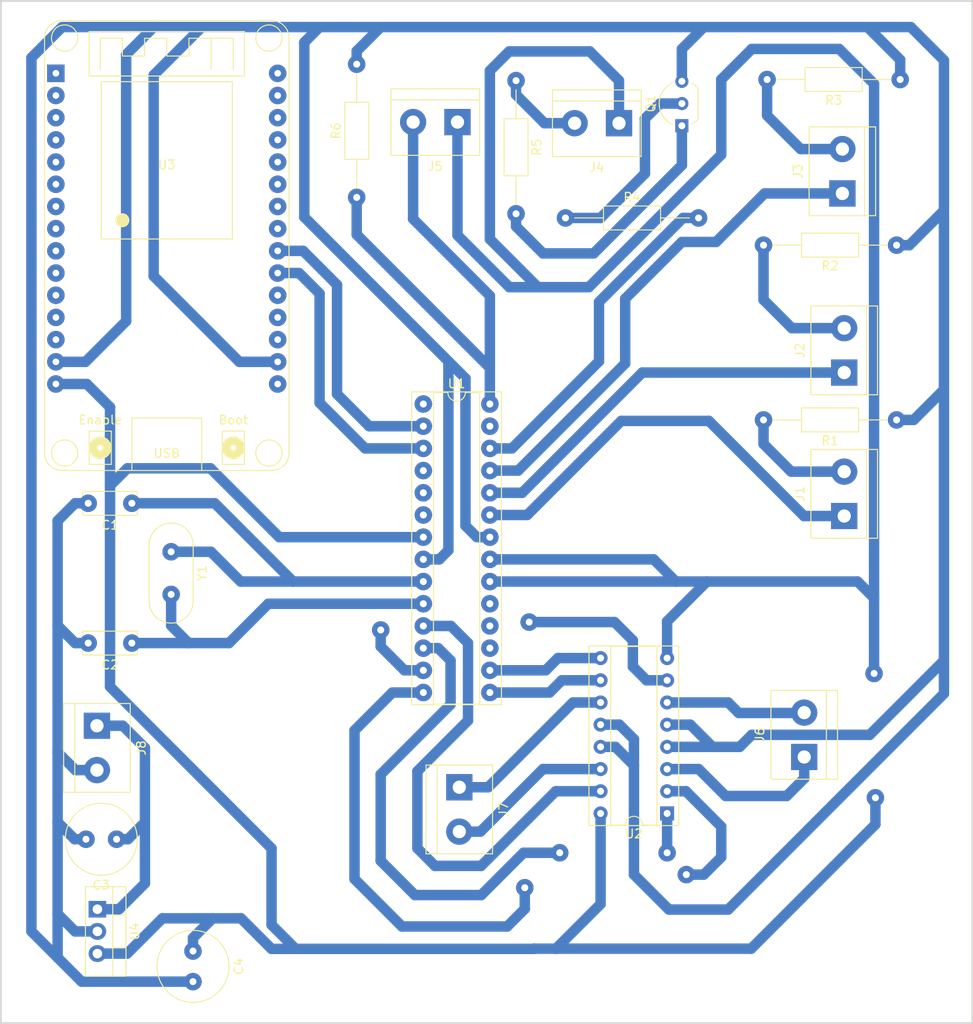
<source format=kicad_pcb>
(kicad_pcb (version 20240108) (generator "pcbnew") (generator_version "8.0")
  (layers (0 "F.Cu" signal) (31 "B.Cu" signal) (34 "B.Paste" user) (35 "F.Paste" user) (36 "B.SilkS" user "B.Silkscreen") (37 "F.SilkS" user "F.Silkscreen") (38 "B.Mask" user) (39 "F.Mask" user) (44 "Edge.Cuts" user))
  (net 0 "")
  (net 1 "GND")
  (net 2 "XTAL1")
  (net 3 "XTAL2")
  (net 4 "9V")
  (net 5 "5V")
  (net 6 "LED1")
  (net 7 "Net-(J1-Pin_2)")
  (net 8 "Net-(J2-Pin_2)")
  (net 9 "LED2")
  (net 10 "Net-(J3-Pin_2)")
  (net 11 "LED3")
  (net 12 "Net-(J4-Pin_2)")
  (net 13 "LDR")
  (net 14 "OUPUTA")
  (net 15 "OUPUTA-")
  (net 16 "OUPUTB-")
  (net 17 "OUPUTB")
  (net 18 "Net-(Q1-C)")
  (net 19 "Net-(Q1-B)")
  (net 20 "LAZER")
  (net 21 "SPEEDA")
  (net 22 "IN2A")
  (net 23 "TX")
  (net 27 "SPEEDB")
  (net 28 "IN4B")
  (net 31 "RX")
  (net 33 "IN3B")
  (net 34 "IN1A")
  (footprint "Capacitor_THT:C_Disc_D6.0mm_W2.5mm_P5.00mm" (layer "F.Cu") (at 51.5 90.5 180)
    (property "Reference" "C2" (at 2.5 -2.5 0) (layer "F.SilkS"))
    (property "Value" "22pF")
    (pad "1" thru_hole circle (at 0 0 180) (size 2 2) (drill 0.8) (layers "*.Cu" "*.Mask") (net 3 "XTAL2"))
    (pad "2" thru_hole circle (at 5 0 180) (size 2 2) (drill 0.8) (layers "*.Cu" "*.Mask") (net 1 "GND"))
  )
  (footprint "Resistor_THT:R_Axial_DIN0207_L6.3mm_D2.5mm_P15.24mm_Horizontal" (layer "F.Cu") (at 139.08 44.96 180)
    (property "Reference" "R2" (at 7.62 -2.37 0) (layer "F.SilkS"))
    (property "Value" "220R")
    (pad "1" thru_hole circle (at 0 0 180) (size 2 2) (drill 0.8) (layers "*.Cu" "*.Mask") (net 1 "GND"))
    (pad "2" thru_hole circle (at 15.24 0 180) (size 2 2) (drill 0.8) (layers "*.Cu" "*.Mask") (net 8 "Net-(J2-Pin_2)"))
  )
  (footprint "Resistor_THT:R_Axial_DIN0207_L6.3mm_D2.5mm_P15.24mm_Horizontal" (layer "F.Cu") (at 139.49 26 180)
    (property "Reference" "R3" (at 7.62 -2.37 0) (layer "F.SilkS"))
    (property "Value" "220R")
    (pad "1" thru_hole circle (at 0 0 180) (size 2 2) (drill 0.8) (layers "*.Cu" "*.Mask") (net 1 "GND"))
    (pad "2" thru_hole circle (at 15.24 0 180) (size 2 2) (drill 0.8) (layers "*.Cu" "*.Mask") (net 10 "Net-(J3-Pin_2)"))
  )
  (footprint "Package_TO_SOT_THT:TO-220-3_Vertical" (layer "F.Cu") (at 47.555 120.96 -90)
    (property "Reference" "U4" (at 2.54 -4.27 90) (layer "F.SilkS"))
    (property "Value" "LM7805_TO220")
    (pad "1" thru_hole rect (at 0 0 270) (size 1.905 2) (drill 1.1) (layers "*.Cu" "*.Mask") (net 4 "9V"))
    (pad "2" thru_hole oval (at 2.54 0 270) (size 1.905 2) (drill 1.1) (layers "*.Cu" "*.Mask") (net 1 "GND"))
    (pad "3" thru_hole oval (at 5.08 0 270) (size 1.905 2) (drill 1.1) (layers "*.Cu" "*.Mask") (net 5 "5V"))
  )
  (footprint "TerminalBlock:TerminalBlock_bornier-2_P5.08mm" (layer "F.Cu") (at 128.5 103.54 90)
    (property "Reference" "J6" (at 2.54 -5.08 90) (layer "F.SilkS"))
    (property "Value" "MotorA")
    (pad "1" thru_hole rect (at 0 0 90) (size 3 3) (drill 1.52) (layers "*.Cu" "*.Mask") (net 14 "OUPUTA"))
    (pad "2" thru_hole circle (at 5.08 0 90) (size 3 3) (drill 1.52) (layers "*.Cu" "*.Mask") (net 15 "OUPUTA-"))
  )
  (footprint "Crystal:Crystal_HC49-4H_Vertical" (layer "F.Cu") (at 56 80.05 -90)
    (property "Reference" "Y1" (at 2.44 -3.525 90) (layer "F.SilkS"))
    (property "Value" "Crystal")
    (pad "1" thru_hole circle (at 0 0 270) (size 2 2) (drill 0.8) (layers "*.Cu" "*.Mask") (net 2 "XTAL1"))
    (pad "2" thru_hole circle (at 4.88 0 270) (size 2 2) (drill 0.8) (layers "*.Cu" "*.Mask") (net 3 "XTAL2"))
  )
  (footprint "TerminalBlock:TerminalBlock_bornier-2_P5.08mm" (layer "F.Cu") (at 47.5 99.96 -90)
    (property "Reference" "J8" (at 2.54 -5.08 90) (layer "F.SilkS"))
    (property "Value" "BAttery")
    (pad "1" thru_hole rect (at 0 0 270) (size 3 3) (drill 1.52) (layers "*.Cu" "*.Mask") (net 4 "9V"))
    (pad "2" thru_hole circle (at 5.08 0 270) (size 3 3) (drill 1.52) (layers "*.Cu" "*.Mask") (net 1 "GND"))
  )
  (footprint "Capacitor_THT:C_Disc_D6.0mm_W2.5mm_P5.00mm" (layer "F.Cu") (at 51.5 74.5 180)
    (property "Reference" "C1" (at 2.5 -2.5 0) (layer "F.SilkS"))
    (property "Value" "22pF")
    (pad "1" thru_hole circle (at 0 0 180) (size 2 2) (drill 0.8) (layers "*.Cu" "*.Mask") (net 2 "XTAL1"))
    (pad "2" thru_hole circle (at 5 0 180) (size 2 2) (drill 0.8) (layers "*.Cu" "*.Mask") (net 1 "GND"))
  )
  (footprint "Capacitor_THT:C_Radial_D8.0mm_H11.5mm_P3.50mm" (layer "F.Cu") (at 49.75 112.95 180)
    (property "Reference" "C3" (at 1.75 -5.25 0) (layer "F.SilkS"))
    (property "Value" "0,33uF")
    (pad "1" thru_hole circle (at 0 0 180) (size 2 2) (drill 0.8) (layers "*.Cu" "*.Mask") (net 4 "9V"))
    (pad "2" thru_hole circle (at 3.5 0 180) (size 2 2) (drill 0.8) (layers "*.Cu" "*.Mask") (net 1 "GND"))
  )
  (footprint "Package_TO_SOT_THT:TO-92_Inline_Wide" (layer "F.Cu") (at 114.490652 31.290994 90)
    (property "Reference" "Q1" (at 2.54 -3.56 90) (layer "F.SilkS"))
    (property "Value" "BC548")
    (pad "1" thru_hole rect (at 0 0 90) (size 1.5 1.5) (drill 0.8) (layers "*.Cu" "*.Mask") (net 18 "Net-(Q1-C)"))
    (pad "2" thru_hole circle (at 2.54 0 90) (size 1.5 1.5) (drill 0.8) (layers "*.Cu" "*.Mask") (net 19 "Net-(Q1-B)"))
    (pad "3" thru_hole circle (at 5.08 0 90) (size 1.5 1.5) (drill 0.8) (layers "*.Cu" "*.Mask") (net 1 "GND"))
  )
  (footprint "TerminalBlock:TerminalBlock_bornier-2_P5.08mm" (layer "F.Cu") (at 132.87 39.04 90)
    (property "Reference" "J3" (at 2.54 -5.08 90) (layer "F.SilkS"))
    (property "Value" "LED3")
    (pad "1" thru_hole rect (at 0 0 90) (size 3 3) (drill 1.52) (layers "*.Cu" "*.Mask") (net 11 "LED3"))
    (pad "2" thru_hole circle (at 5.08 0 90) (size 3 3) (drill 1.52) (layers "*.Cu" "*.Mask") (net 10 "Net-(J3-Pin_2)"))
  )
  (footprint "Resistor_THT:R_Axial_DIN0207_L6.3mm_D2.5mm_P15.24mm_Horizontal" (layer "F.Cu") (at 95.5 26.13 -90)
    (property "Reference" "R5" (at 7.62 -2.37 90) (layer "F.SilkS"))
    (property "Value" "220R")
    (pad "1" thru_hole circle (at 0 0 270) (size 2 2) (drill 0.8) (layers "*.Cu" "*.Mask") (net 12 "Net-(J4-Pin_2)"))
    (pad "2" thru_hole circle (at 15.24 0 270) (size 2 2) (drill 0.8) (layers "*.Cu" "*.Mask") (net 18 "Net-(Q1-C)"))
  )
  (footprint "Resistor_THT:R_Axial_DIN0207_L6.3mm_D2.5mm_P15.24mm_Horizontal" (layer "F.Cu") (at 77.25 39.49 90)
    (property "Reference" "R6" (at 7.62 -2.37 90) (layer "F.SilkS"))
    (property "Value" "10kR")
    (pad "1" thru_hole circle (at 0 0 90) (size 2 2) (drill 0.8) (layers "*.Cu" "*.Mask") (net 13 "LDR"))
    (pad "2" thru_hole circle (at 15.24 0 90) (size 2 2) (drill 0.8) (layers "*.Cu" "*.Mask") (net 1 "GND"))
  )
  (footprint "Package_DIP:DIP-28_W7.62mm_Socket" (layer "F.Cu") (at 84.88 63.14)
    (property "Reference" "U1" (at 3.81 -2.33 0) (layer "F.SilkS"))
    (property "Value" "ATmega328P-P")
    (pad "1" thru_hole circle (at 0 0) (size 2 2) (drill 0.8) (layers "*.Cu" "*.Mask"))
    (pad "2" thru_hole circle (at 0 2.54) (size 2 2) (drill 0.8) (layers "*.Cu" "*.Mask") (net 23 "TX"))
    (pad "3" thru_hole circle (at 0 5.08) (size 2 2) (drill 0.8) (layers "*.Cu" "*.Mask") (net 31 "RX"))
    (pad "4" thru_hole circle (at 0 7.62) (size 2 2) (drill 0.8) (layers "*.Cu" "*.Mask"))
    (pad "5" thru_hole circle (at 0 10.16) (size 2 2) (drill 0.8) (layers "*.Cu" "*.Mask"))
    (pad "6" thru_hole circle (at 0 12.7) (size 2 2) (drill 0.8) (layers "*.Cu" "*.Mask"))
    (pad "7" thru_hole circle (at 0 15.24) (size 2 2) (drill 0.8) (layers "*.Cu" "*.Mask") (net 5 "5V"))
    (pad "8" thru_hole circle (at 0 17.78) (size 2 2) (drill 0.8) (layers "*.Cu" "*.Mask") (net 1 "GND"))
    (pad "9" thru_hole circle (at 0 20.32) (size 2 2) (drill 0.8) (layers "*.Cu" "*.Mask") (net 2 "XTAL1"))
    (pad "10" thru_hole circle (at 0 22.86) (size 2 2) (drill 0.8) (layers "*.Cu" "*.Mask") (net 3 "XTAL2"))
    (pad "11" thru_hole circle (at 0 25.4) (size 2 2) (drill 0.8) (layers "*.Cu" "*.Mask") (net 28 "IN4B"))
    (pad "12" thru_hole circle (at 0 27.94) (size 2 2) (drill 0.8) (layers "*.Cu" "*.Mask") (net 21 "SPEEDA"))
    (pad "13" thru_hole circle (at 0 30.48) (size 2 2) (drill 0.8) (layers "*.Cu" "*.Mask") (net 22 "IN2A"))
    (pad "14" thru_hole circle (at 0 33.02) (size 2 2) (drill 0.8) (layers "*.Cu" "*.Mask") (net 34 "IN1A"))
    (pad "15" thru_hole circle (at 7.62 33.02) (size 2 2) (drill 0.8) (layers "*.Cu" "*.Mask") (net 33 "IN3B"))
    (pad "16" thru_hole circle (at 7.62 30.48) (size 2 2) (drill 0.8) (layers "*.Cu" "*.Mask") (net 27 "SPEEDB"))
    (pad "17" thru_hole circle (at 7.62 27.94) (size 2 2) (drill 0.8) (layers "*.Cu" "*.Mask"))
    (pad "18" thru_hole circle (at 7.62 25.4) (size 2 2) (drill 0.8) (layers "*.Cu" "*.Mask"))
    (pad "19" thru_hole circle (at 7.62 22.86) (size 2 2) (drill 0.8) (layers "*.Cu" "*.Mask"))
    (pad "20" thru_hole circle (at 7.62 20.32) (size 2 2) (drill 0.8) (layers "*.Cu" "*.Mask") (net 5 "5V"))
    (pad "21" thru_hole circle (at 7.62 17.78) (size 2 2) (drill 0.8) (layers "*.Cu" "*.Mask") (net 5 "5V"))
    (pad "22" thru_hole circle (at 7.62 15.24) (size 2 2) (drill 0.8) (layers "*.Cu" "*.Mask") (net 1 "GND"))
    (pad "23" thru_hole circle (at 7.62 12.7) (size 2 2) (drill 0.8) (layers "*.Cu" "*.Mask") (net 6 "LED1"))
    (pad "24" thru_hole circle (at 7.62 10.16) (size 2 2) (drill 0.8) (layers "*.Cu" "*.Mask") (net 9 "LED2"))
    (pad "25" thru_hole circle (at 7.62 7.62) (size 2 2) (drill 0.8) (layers "*.Cu" "*.Mask") (net 11 "LED3"))
    (pad "26" thru_hole circle (at 7.62 5.08) (size 2 2) (drill 0.8) (layers "*.Cu" "*.Mask") (net 20 "LAZER"))
    (pad "27" thru_hole circle (at 7.62 2.54) (size 2 2) (drill 0.8) (layers "*.Cu" "*.Mask"))
    (pad "28" thru_hole circle (at 7.62 0) (size 2 2) (drill 0.8) (layers "*.Cu" "*.Mask") (net 13 "LDR"))
  )
  (footprint "Package_DIP:DIP-16_W7.62mm_Socket" (layer "F.Cu") (at 112.8 110 180)
    (property "Reference" "U2" (at 3.81 -2.33 0) (layer "F.SilkS"))
    (property "Value" "L293D")
    (pad "1" thru_hole rect (at 0 0 180) (size 1.6 1.6) (drill 0.8) (layers "*.Cu" "*.Mask") (net 21 "SPEEDA"))
    (pad "2" thru_hole oval (at 0 2.54 180) (size 1.6 1.6) (drill 0.8) (layers "*.Cu" "*.Mask") (net 34 "IN1A"))
    (pad "3" thru_hole oval (at 0 5.08 180) (size 1.6 1.6) (drill 0.8) (layers "*.Cu" "*.Mask") (net 14 "OUPUTA"))
    (pad "4" thru_hole oval (at 0 7.62 180) (size 1.6 1.6) (drill 0.8) (layers "*.Cu" "*.Mask") (net 1 "GND"))
    (pad "5" thru_hole oval (at 0 10.16 180) (size 1.6 1.6) (drill 0.8) (layers "*.Cu" "*.Mask") (net 1 "GND"))
    (pad "6" thru_hole oval (at 0 12.7 180) (size 1.6 1.6) (drill 0.8) (layers "*.Cu" "*.Mask") (net 15 "OUPUTA-"))
    (pad "7" thru_hole oval (at 0 15.24 180) (size 1.6 1.6) (drill 0.8) (layers "*.Cu" "*.Mask") (net 22 "IN2A"))
    (pad "8" thru_hole oval (at 0 17.78 180) (size 1.6 1.6) (drill 0.8) (layers "*.Cu" "*.Mask") (net 5 "5V"))
    (pad "9" thru_hole oval (at 7.62 17.78 180) (size 1.6 1.6) (drill 0.8) (layers "*.Cu" "*.Mask") (net 27 "SPEEDB"))
    (pad "10" thru_hole oval (at 7.62 15.24 180) (size 1.6 1.6) (drill 0.8) (layers "*.Cu" "*.Mask") (net 33 "IN3B"))
    (pad "11" thru_hole oval (at 7.62 12.7 180) (size 1.6 1.6) (drill 0.8) (layers "*.Cu" "*.Mask") (net 17 "OUPUTB"))
    (pad "12" thru_hole oval (at 7.62 10.16 180) (size 1.6 1.6) (drill 0.8) (layers "*.Cu" "*.Mask") (net 1 "GND"))
    (pad "13" thru_hole oval (at 7.62 7.62 180) (size 1.6 1.6) (drill 0.8) (layers "*.Cu" "*.Mask") (net 1 "GND"))
    (pad "14" thru_hole oval (at 7.62 5.08 180) (size 1.6 1.6) (drill 0.8) (layers "*.Cu" "*.Mask") (net 16 "OUPUTB-"))
    (pad "15" thru_hole oval (at 7.62 2.54 180) (size 1.6 1.6) (drill 0.8) (layers "*.Cu" "*.Mask") (net 28 "IN4B"))
    (pad "16" thru_hole oval (at 7.62 0 180) (size 1.6 1.6) (drill 0.8) (layers "*.Cu" "*.Mask") (net 5 "5V"))
  )
  (footprint "TerminalBlock:TerminalBlock_bornier-2_P5.08mm" (layer "F.Cu") (at 89 107 -90)
    (property "Reference" "J7" (at 2.54 -5.08 90) (layer "F.SilkS"))
    (property "Value" "MotorB")
    (pad "1" thru_hole rect (at 0 0 270) (size 3 3) (drill 1.52) (layers "*.Cu" "*.Mask") (net 17 "OUPUTB"))
    (pad "2" thru_hole circle (at 5.08 0 270) (size 3 3) (drill 1.52) (layers "*.Cu" "*.Mask") (net 16 "OUPUTB-"))
  )
  (footprint "Resistor_THT:R_Axial_DIN0207_L6.3mm_D2.5mm_P15.24mm_Horizontal" (layer "F.Cu") (at 139.08 64.96 180)
    (property "Reference" "R1" (at 7.62 -2.37 0) (layer "F.SilkS"))
    (property "Value" "220R")
    (pad "1" thru_hole circle (at 0 0 180) (size 2 2) (drill 0.8) (layers "*.Cu" "*.Mask") (net 1 "GND"))
    (pad "2" thru_hole circle (at 15.24 0 180) (size 2 2) (drill 0.8) (layers "*.Cu" "*.Mask") (net 7 "Net-(J1-Pin_2)"))
  )
  (footprint "TerminalBlock:TerminalBlock_bornier-2_P5.08mm" (layer "F.Cu") (at 133.08 75.96 90)
    (property "Reference" "J1" (at 2.54 -5.08 90) (layer "F.SilkS"))
    (property "Value" "LED1")
    (pad "1" thru_hole rect (at 0 0 90) (size 3 3) (drill 1.52) (layers "*.Cu" "*.Mask") (net 6 "LED1"))
    (pad "2" thru_hole circle (at 5.08 0 90) (size 3 3) (drill 1.52) (layers "*.Cu" "*.Mask") (net 7 "Net-(J1-Pin_2)"))
  )
  (footprint "esp32devkit:esp32_devkit_v1_doit" (layer "F.Cu") (at 55.5 25.29)
    (property "Reference" "U3" (at 0 10.47 0) (layer "F.SilkS"))
    (property "Value" "ESP32_DevKit_V1_DOIT")
    (fp_text user "USB" (at 0 43.49 0) (layer "F.SilkS"))
    (fp_text user "Enable" (at -7.62 39.68 0) (layer "F.SilkS"))
    (fp_text user "Boot" (at 7.62 39.68 0) (layer "F.SilkS"))
    (pad "1" thru_hole rect (at -12.7 0) (size 2 2) (drill 0.762) (layers "*.Cu" "*.Mask"))
    (pad "2" thru_hole circle (at -12.7 2.54) (size 2 2) (drill 0.762) (layers "*.Cu" "*.Mask"))
    (pad "3" thru_hole circle (at -12.7 5.08) (size 2 2) (drill 0.762) (layers "*.Cu" "*.Mask"))
    (pad "4" thru_hole circle (at -12.7 7.62) (size 2 2) (drill 0.762) (layers "*.Cu" "*.Mask"))
    (pad "5" thru_hole circle (at -12.7 10.16) (size 2 2) (drill 0.762) (layers "*.Cu" "*.Mask"))
    (pad "6" thru_hole circle (at -12.7 12.7) (size 2 2) (drill 0.762) (layers "*.Cu" "*.Mask"))
    (pad "7" thru_hole circle (at -12.7 15.24) (size 2 2) (drill 0.762) (layers "*.Cu" "*.Mask"))
    (pad "8" thru_hole circle (at -12.7 17.78) (size 2 2) (drill 0.762) (layers "*.Cu" "*.Mask"))
    (pad "9" thru_hole circle (at -12.7 20.32) (size 2 2) (drill 0.762) (layers "*.Cu" "*.Mask"))
    (pad "10" thru_hole circle (at -12.7 22.86) (size 2 2) (drill 0.762) (layers "*.Cu" "*.Mask"))
    (pad "11" thru_hole circle (at -12.7 25.4) (size 2 2) (drill 0.762) (layers "*.Cu" "*.Mask"))
    (pad "12" thru_hole circle (at -12.7 27.94) (size 2 2) (drill 0.762) (layers "*.Cu" "*.Mask"))
    (pad "13" thru_hole circle (at -12.7 30.48) (size 2 2) (drill 0.762) (layers "*.Cu" "*.Mask"))
    (pad "14" thru_hole circle (at -12.7 33.02) (size 2 2) (drill 0.762) (layers "*.Cu" "*.Mask") (net 1 "GND"))
    (pad "15" thru_hole circle (at -12.7 35.56) (size 2 2) (drill 0.762) (layers "*.Cu" "*.Mask") (net 5 "5V"))
    (pad "16" thru_hole circle (at 12.7 35.56) (size 2 2) (drill 0.762) (layers "*.Cu" "*.Mask"))
    (pad "17" thru_hole circle (at 12.7 33.02) (size 2 2) (drill 0.762) (layers "*.Cu" "*.Mask") (net 1 "GND"))
    (pad "18" thru_hole circle (at 12.7 30.48) (size 2 2) (drill 0.762) (layers "*.Cu" "*.Mask"))
    (pad "19" thru_hole circle (at 12.7 27.94) (size 2 2) (drill 0.762) (layers "*.Cu" "*.Mask"))
    (pad "20" thru_hole circle (at 12.7 25.4) (size 2 2) (drill 0.762) (layers "*.Cu" "*.Mask"))
    (pad "21" thru_hole circle (at 12.7 22.86) (size 2 2) (drill 0.762) (layers "*.Cu" "*.Mask") (net 31 "RX"))
    (pad "22" thru_hole circle (at 12.7 20.32) (size 2 2) (drill 0.762) (layers "*.Cu" "*.Mask") (net 23 "TX"))
    (pad "23" thru_hole circle (at 12.7 17.78) (size 2 2) (drill 0.762) (layers "*.Cu" "*.Mask"))
    (pad "24" thru_hole circle (at 12.7 15.24) (size 2 2) (drill 0.762) (layers "*.Cu" "*.Mask"))
    (pad "25" thru_hole circle (at 12.7 12.7) (size 2 2) (drill 0.762) (layers "*.Cu" "*.Mask"))
    (pad "26" thru_hole circle (at 12.7 10.16) (size 2 2) (drill 0.762) (layers "*.Cu" "*.Mask"))
    (pad "27" thru_hole circle (at 12.7 7.62) (size 2 2) (drill 0.762) (layers "*.Cu" "*.Mask"))
    (pad "28" thru_hole circle (at 12.7 5.08) (size 2 2) (drill 0.762) (layers "*.Cu" "*.Mask"))
    (pad "29" thru_hole circle (at 12.7 2.54) (size 2 2) (drill 0.762) (layers "*.Cu" "*.Mask"))
    (pad "30" thru_hole circle (at 12.7 0) (size 2 2) (drill 0.762) (layers "*.Cu" "*.Mask"))
  )
  (footprint "TerminalBlock:TerminalBlock_bornier-2_P5.08mm" (layer "F.Cu") (at 88.79 30.87 180)
    (property "Reference" "J5" (at 2.54 -5.08 0) (layer "F.SilkS"))
    (property "Value" "LDR")
    (pad "1" thru_hole rect (at 0 0 180) (size 3 3) (drill 1.52) (layers "*.Cu" "*.Mask") (net 5 "5V"))
    (pad "2" thru_hole circle (at 5.08 0 180) (size 3 3) (drill 1.52) (layers "*.Cu" "*.Mask") (net 13 "LDR"))
  )
  (footprint "TerminalBlock:TerminalBlock_bornier-2_P5.08mm" (layer "F.Cu") (at 133.08 59.54 90)
    (property "Reference" "J2" (at 2.54 -5.08 90) (layer "F.SilkS"))
    (property "Value" "LED2")
    (pad "1" thru_hole rect (at 0 0 90) (size 3 3) (drill 1.52) (layers "*.Cu" "*.Mask") (net 9 "LED2"))
    (pad "2" thru_hole circle (at 5.08 0 90) (size 3 3) (drill 1.52) (layers "*.Cu" "*.Mask") (net 8 "Net-(J2-Pin_2)"))
  )
  (footprint "Resistor_THT:R_Axial_DIN0207_L6.3mm_D2.5mm_P15.24mm_Horizontal" (layer "F.Cu") (at 101.159904 41.844575)
    (property "Reference" "R4" (at 7.62 -2.37 0) (layer "F.SilkS"))
    (property "Value" "1kR")
    (pad "1" thru_hole circle (at 0 0) (size 2 2) (drill 0.8) (layers "*.Cu" "*.Mask") (net 19 "Net-(Q1-B)"))
    (pad "2" thru_hole circle (at 15.24 0) (size 2 2) (drill 0.8) (layers "*.Cu" "*.Mask") (net 20 "LAZER"))
  )
  (footprint "TerminalBlock:TerminalBlock_bornier-2_P5.08mm" (layer "F.Cu") (at 107.29 31 180)
    (property "Reference" "J4" (at 2.54 -5.08 0) (layer "F.SilkS"))
    (property "Value" "LAZER")
    (pad "1" thru_hole rect (at 0 0 180) (size 3 3) (drill 1.52) (layers "*.Cu" "*.Mask") (net 5 "5V"))
    (pad "2" thru_hole circle (at 5.08 0 180) (size 3 3) (drill 1.52) (layers "*.Cu" "*.Mask") (net 12 "Net-(J4-Pin_2)"))
  )
  (footprint "Capacitor_THT:C_Radial_D8.0mm_H11.5mm_P3.50mm" (layer "F.Cu") (at 58.5 125.75 -90)
    (property "Reference" "C4" (at 1.75 -5.25 90) (layer "F.SilkS"))
    (property "Value" "0,1uF")
    (pad "1" thru_hole circle (at 0 0 270) (size 2 2) (drill 0.8) (layers "*.Cu" "*.Mask") (net 5 "5V"))
    (pad "2" thru_hole circle (at 3.5 0 270) (size 2 2) (drill 0.8) (layers "*.Cu" "*.Mask") (net 1 "GND"))
  )
  (gr_rect (start 36.5 17) (end 147.75 134) (stroke (width 0.2)) (fill none) (layer "Edge.Cuts"))
  (segment (start 101.5 20) (end 117 20) (width 1.2) (layer "B.Cu") (net 1))
  (segment (start 107.34 99.84) (end 109 101.5) (width 1.2) (layer "B.Cu") (net 1))
  (segment (start 139.08 44.96) (end 140.54 44.96) (width 1.2) (layer "B.Cu") (net 1))
  (segment (start 105.18 102.38) (end 106.88 102.38) (width 1.2) (layer "B.Cu") (net 1))
  (segment (start 50.848313 53.651687) (end 50.848313 23.151687) (width 1.2) (layer "B.Cu") (net 1))
  (segment (start 71.25 21.75) (end 73 20) (width 1.2) (layer "B.Cu") (net 1))
  (segment (start 105.18 99.84) (end 107.34 99.84) (width 1.2) (layer "B.Cu") (net 1))
  (segment (start 144.5 23.792535) (end 144.5 41) (width 1.2) (layer "B.Cu") (net 1))
  (segment (start 114.490652 22.509348) (end 114.490652 26.210994) (width 1.2) (layer "B.Cu") (net 1))
  (segment (start 118 102.38) (end 121.12 102.38) (width 1.2) (layer "B.Cu") (net 1))
  (segment (start 87.75 79.890405) (end 87.75 58.25) (width 1.2) (layer "B.Cu") (net 1))
  (segment (start 140.707465 20) (end 144.5 23.792535) (width 1.2) (layer "B.Cu") (net 1))
  (segment (start 44.95 112.95) (end 43 111) (width 1.2) (layer "B.Cu") (net 1))
  (segment (start 40 123.5) (end 40 23.5) (width 1.2) (layer "B.Cu") (net 1))
  (segment (start 54 20) (end 73 20) (width 1.2) (layer "B.Cu") (net 1))
  (segment (start 43 103) (end 43 111) (width 1.2) (layer "B.Cu") (net 1))
  (segment (start 121.12 102.38) (end 122.5 101) (width 1.2) (layer "B.Cu") (net 1))
  (segment (start 109 104.5) (end 109 117) (width 1.2) (layer "B.Cu") (net 1))
  (segment (start 50.848313 23.151687) (end 54 20) (width 1.2) (layer "B.Cu") (net 1))
  (segment (start 82.5 20) (end 101.5 20) (width 1.2) (layer "B.Cu") (net 1))
  (segment (start 113 121) (end 119.792 121) (width 1.2) (layer "B.Cu") (net 1))
  (segment (start 89.706379 60.206379) (end 87.75 58.25) (width 1.2) (layer "B.Cu") (net 1))
  (segment (start 122.5 101) (end 136 101) (width 1.2) (layer "B.Cu") (net 1))
  (segment (start 91.019476 78.38) (end 89.706379 77.066903) (width 1.2) (layer "B.Cu") (net 1))
  (segment (start 46.5 74.5) (end 45 74.5) (width 1.2) (layer "B.Cu") (net 1))
  (segment (start 117 20) (end 114.490652 22.509348) (width 1.2) (layer "B.Cu") (net 1))
  (segment (start 42.8 58.31) (end 46.19 58.31) (width 1.2) (layer "B.Cu") (net 1))
  (segment (start 43 76.5) (end 43 88.5) (width 1.2) (layer "B.Cu") (net 1))
  (segment (start 40 23.5) (end 43.5 20) (width 1.2) (layer "B.Cu") (net 1))
  (segment (start 135.75 20) (end 140.707465 20) (width 1.2) (layer "B.Cu") (net 1))
  (segment (start 45 123.5) (end 43 121.5) (width 1.2) (layer "B.Cu") (net 1))
  (segment (start 46.25 112.95) (end 44.95 112.95) (width 1.2) (layer "B.Cu") (net 1))
  (segment (start 43 126.5) (end 40 123.5) (width 1.2) (layer "B.Cu") (net 1))
  (segment (start 46.5 90.5) (end 45 90.5) (width 1.2) (layer "B.Cu") (net 1))
  (segment (start 45.75 129.25) (end 58.5 129.25) (width 1.2) (layer "B.Cu") (net 1))
  (segment (start 43 111) (end 43 121.5) (width 1.2) (layer "B.Cu") (net 1))
  (segment (start 47.5 105.04) (end 45.04 105.04) (width 1.2) (layer "B.Cu") (net 1))
  (segment (start 136 101) (end 144.5 92.5) (width 1.2) (layer "B.Cu") (net 1))
  (segment (start 119.792 121) (end 144.5 96.292) (width 1.2) (layer "B.Cu") (net 1))
  (segment (start 144.5 92.5) (end 144.5 61.5) (width 1.2) (layer "B.Cu") (net 1))
  (segment (start 92.5 78.38) (end 91.019476 78.38) (width 1.2) (layer "B.Cu") (net 1))
  (segment (start 144.5 61.5) (end 141.04 64.96) (width 1.2) (layer "B.Cu") (net 1))
  (segment (start 54 25.5) (end 59.5 20) (width 1.2) (layer "B.Cu") (net 1))
  (segment (start 115.46 99.84) (end 118 102.38) (width 1.2) (layer "B.Cu") (net 1))
  (segment (start 112.8 99.84) (end 115.46 99.84) (width 1.2) (layer "B.Cu") (net 1))
  (segment (start 45 90.5) (end 43 88.5) (width 1.2) (layer "B.Cu") (net 1))
  (segment (start 117 20) (end 124 20) (width 1.2) (layer "B.Cu") (net 1))
  (segment (start 43 121.5) (end 43 126.5) (width 1.2) (layer "B.Cu") (net 1))
  (segment (start 86.720405 80.92) (end 87.75 79.890405) (width 1.2) (layer "B.Cu") (net 1))
  (segment (start 46.19 58.31) (end 50.848313 53.651687) (width 1.2) (layer "B.Cu") (net 1))
  (segment (start 124 20) (end 135.75 20) (width 1.2) (layer "B.Cu") (net 1))
  (segment (start 45.04 105.04) (end 43 103) (width 1.2) (layer "B.Cu") (net 1))
  (segment (start 80 20) (end 82.5 20) (width 1.2) (layer "B.Cu") (net 1))
  (segment (start 139.49 23.74) (end 135.75 20) (width 1.2) (layer "B.Cu") (net 1))
  (segment (start 141.04 64.96) (end 139.08 64.96) (width 1.2) (layer "B.Cu") (net 1))
  (segment (start 140.54 44.96) (end 144.5 41) (width 1.2) (layer "B.Cu") (net 1))
  (segment (start 106.88 102.38) (end 109 104.5) (width 1.2) (layer "B.Cu") (net 1))
  (segment (start 89.706379 77.066903) (end 89.706379 60.206379) (width 1.2) (layer "B.Cu") (net 1))
  (segment (start 77.25 24.25) (end 77.25 22.75) (width 1.2) (layer "B.Cu") (net 1))
  (segment (start 47.555 123.5) (end 45 123.5) (width 1.2) (layer "B.Cu") (net 1))
  (segment (start 73 20) (end 80 20) (width 1.2) (layer "B.Cu") (net 1))
  (segment (start 43.5 20) (end 54 20) (width 1.2) (layer "B.Cu") (net 1))
  (segment (start 71.25 41.75) (end 71.25 21.75) (width 1.2) (layer "B.Cu") (net 1))
  (segment (start 77.25 22.75) (end 80 20) (width 1.2) (layer "B.Cu") (net 1))
  (segment (start 109 101.5) (end 109 104.5) (width 1.2) (layer "B.Cu") (net 1))
  (segment (start 144.5 41) (end 144.5 61.5) (width 1.2) (layer "B.Cu") (net 1))
  (segment (start 43 126.5) (end 45.75 129.25) (width 1.2) (layer "B.Cu") (net 1))
  (segment (start 43 88.5) (end 43 103) (width 1.2) (layer "B.Cu") (net 1))
  (segment (start 45 74.5) (end 43 76.5) (width 1.2) (layer "B.Cu") (net 1))
  (segment (start 54 48.5) (end 54 25.5) (width 1.2) (layer "B.Cu") (net 1))
  (segment (start 63.81 58.31) (end 54 48.5) (width 1.2) (layer "B.Cu") (net 1))
  (segment (start 139.49 26) (end 139.49 23.74) (width 1.2) (layer "B.Cu") (net 1))
  (segment (start 84.88 80.92) (end 86.720405 80.92) (width 1.2) (layer "B.Cu") (net 1))
  (segment (start 144.5 96.292) (end 144.5 92.5) (width 1.2) (layer "B.Cu") (net 1))
  (segment (start 87.75 58.25) (end 71.25 41.75) (width 1.2) (layer "B.Cu") (net 1))
  (segment (start 68.2 58.31) (end 63.81 58.31) (width 1.2) (layer "B.Cu") (net 1))
  (segment (start 112.8 102.38) (end 118 102.38) (width 1.2) (layer "B.Cu") (net 1))
  (segment (start 109 117) (end 113 121) (width 1.2) (layer "B.Cu") (net 1))
  (segment (start 63.96 83.46) (end 69.96 83.46) (width 1.2) (layer "B.Cu") (net 2))
  (segment (start 61 74.5) (end 69.96 83.46) (width 1.2) (layer "B.Cu") (net 2))
  (segment (start 60.55 80.05) (end 63.96 83.46) (width 1.2) (layer "B.Cu") (net 2))
  (segment (start 51.5 74.5) (end 61 74.5) (width 1.2) (layer "B.Cu") (net 2))
  (segment (start 69.96 83.46) (end 84.88 83.46) (width 1.2) (layer "B.Cu") (net 2))
  (segment (start 56 80.05) (end 60.55 80.05) (width 1.2) (layer "B.Cu") (net 2))
  (segment (start 67.125 86) (end 84.88 86) (width 1.2) (layer "B.Cu") (net 3))
  (segment (start 56 88.5) (end 58 90.5) (width 1.2) (layer "B.Cu") (net 3))
  (segment (start 62.625 90.5) (end 67.125 86) (width 1.2) (layer "B.Cu") (net 3))
  (segment (start 51.5 90.5) (end 58 90.5) (width 1.2) (layer "B.Cu") (net 3))
  (segment (start 58 90.5) (end 62.625 90.5) (width 1.2) (layer "B.Cu") (net 3))
  (segment (start 56 84.93) (end 56 88.5) (width 1.2) (layer "B.Cu") (net 3))
  (segment (start 47.5 99.96) (end 50.46 99.96) (width 1.2) (layer "B.Cu") (net 4))
  (segment (start 53 118) (end 50.04 120.96) (width 1.2) (layer "B.Cu") (net 4))
  (segment (start 53 102.5) (end 53 111) (width 1.2) (layer "B.Cu") (net 4))
  (segment (start 51.05 112.95) (end 53 111) (width 1.2) (layer "B.Cu") (net 4))
  (segment (start 53 111) (end 53 118) (width 1.2) (layer "B.Cu") (net 4))
  (segment (start 50.46 99.96) (end 53 102.5) (width 1.2) (layer "B.Cu") (net 4))
  (segment (start 49.75 112.95) (end 51.05 112.95) (width 1.2) (layer "B.Cu") (net 4))
  (segment (start 50.04 120.96) (end 47.555 120.96) (width 1.2) (layer "B.Cu") (net 4))
  (via (at 136.5 93.98) (size 2) (drill 0.8) (layers "F.Cu" "B.Cu") (net 5))
  (via (at 136.652 108.204) (size 2) (drill 0.8) (layers "F.Cu" "B.Cu") (net 5))
  (segment (start 117.348 83.46) (end 134.616 83.46) (width 1.2) (layer "B.Cu") (net 5))
  (segment (start 92.5 83.46) (end 113.792 83.46) (width 1.2) (layer "B.Cu") (net 5))
  (segment (start 68.38 78.38) (end 60.5 70.5) (width 1.2) (layer "B.Cu") (net 5))
  (segment (start 136.652 111.252) (end 122.428 125.476) (width 1.2) (layer "B.Cu") (net 5))
  (segment (start 64 122) (end 55 122) (width 1.2) (layer "B.Cu") (net 5))
  (segment (start 105.18 120.372) (end 100.076 125.476) (width 1.2) (layer "B.Cu") (net 5))
  (segment (start 67.5 114) (end 67.5 122.75) (width 1.2) (layer "B.Cu") (net 5))
  (segment (start 94.714658 22.785342) (end 92.5 25) (width 1.2) (layer "B.Cu") (net 5))
  (segment (start 107.29 26.133045) (end 103.942297 22.785342) (width 1.2) (layer "B.Cu") (net 5))
  (segment (start 49 68.5) (end 49 71) (width 1.2) (layer "B.Cu") (net 5))
  (segment (start 58.5 124.25) (end 58.5 125.75) (width 1.2) (layer "B.Cu") (net 5))
  (segment (start 105.18 110) (end 105.18 120.372) (width 1.2) (layer "B.Cu") (net 5))
  (segment (start 49 71) (end 49 95.5) (width 1.2) (layer "B.Cu") (net 5))
  (segment (start 136.5 93.98) (end 136.5 26.5) (width 1.2) (layer "B.Cu") (net 5))
  (segment (start 50.989388 70.5) (end 49 72.489388) (width 1.2) (layer "B.Cu") (net 5))
  (segment (start 97.536 125.476) (end 97.512 125.5) (width 1.2) (layer "B.Cu") (net 5))
  (segment (start 60.5 70.5) (end 50.989388 70.5) (width 1.2) (layer "B.Cu") (net 5))
  (segment (start 112.8 92.22) (end 112.8 88.008) (width 1.2) (layer "B.Cu") (net 5))
  (segment (start 122.5 22.5) (end 119 26) (width 1.2) (layer "B.Cu") (net 5))
  (segment (start 136.652 108.204) (end 136.652 111.252) (width 1.2) (layer "B.Cu") (net 5))
  (segment (start 119 34.603616) (end 103.834957 49.768659) (width 1.2) (layer "B.Cu") (net 5))
  (segment (start 113.792 83.46) (end 117.348 83.46) (width 1.2) (layer "B.Cu") (net 5))
  (segment (start 100.076 125.476) (end 97.536 125.476) (width 1.2) (layer "B.Cu") (net 5))
  (segment (start 67.5 122.75) (end 70.25 125.5) (width 1.2) (layer "B.Cu") (net 5))
  (segment (start 88.79 43.825808) (end 88.79 30.87) (width 1.2) (layer "B.Cu") (net 5))
  (segment (start 49 95.5) (end 67.5 114) (width 1.2) (layer "B.Cu") (net 5))
  (segment (start 92.5 25) (end 92.5 44.268659) (width 1.2) (layer "B.Cu") (net 5))
  (segment (start 92.5 44.268659) (end 98 49.768659) (width 1.2) (layer "B.Cu") (net 5))
  (segment (start 42.8 60.85) (end 46.35 60.85) (width 1.2) (layer "B.Cu") (net 5))
  (segment (start 132.5 22.5) (end 122.5 22.5) (width 1.2) (layer "B.Cu") (net 5))
  (segment (start 60.75 122) (end 58.5 124.25) (width 1.2) (layer "B.Cu") (net 5))
  (segment (start 111.252 80.92) (end 113.792 83.46) (width 1.2) (layer "B.Cu") (net 5))
  (segment (start 122.428 125.476) (end 100.076 125.476) (width 1.2) (layer "B.Cu") (net 5))
  (segment (start 134.616 83.46) (end 136.5 85.344) (width 1.2) (layer "B.Cu") (net 5))
  (segment (start 49 63.5) (end 49 68.5) (width 1.2) (layer "B.Cu") (net 5))
  (segment (start 112.8 88.008) (end 117.348 83.46) (width 1.2) (layer "B.Cu") (net 5))
  (segment (start 103.834957 49.768659) (end 94.732851 49.768659) (width 1.2) (layer "B.Cu") (net 5))
  (segment (start 97.512 125.5) (end 67.5 125.5) (width 1.2) (layer "B.Cu") (net 5))
  (segment (start 94.732851 49.768659) (end 88.79 43.825808) (width 1.2) (layer "B.Cu") (net 5))
  (segment (start 50.96 126.04) (end 47.555 126.04) (width 1.2) (layer "B.Cu") (net 5))
  (segment (start 55 122) (end 50.96 126.04) (width 1.2) (layer "B.Cu") (net 5))
  (segment (start 67.5 125.5) (end 64 122) (width 1.2) (layer "B.Cu") (net 5))
  (segment (start 136.5 26.5) (end 132.5 22.5) (width 1.2) (layer "B.Cu") (net 5))
  (segment (start 92.5 80.92) (end 111.252 80.92) (width 1.2) (layer "B.Cu") (net 5))
  (segment (start 107.29 31) (end 107.29 26.133045) (width 1.2) (layer "B.Cu") (net 5))
  (segment (start 103.942297 22.785342) (end 94.714658 22.785342) (width 1.2) (layer "B.Cu") (net 5))
  (segment (start 84.88 78.38) (end 68.38 78.38) (width 1.2) (layer "B.Cu") (net 5))
  (segment (start 46.35 60.85) (end 49 63.5) (width 1.2) (layer "B.Cu") (net 5))
  (segment (start 119 26) (end 119 34.603616) (width 1.2) (layer "B.Cu") (net 5))
  (segment (start 107.543731 65.073856) (end 96.777587 75.84) (width 1.2) (layer "B.Cu") (net 6))
  (segment (start 128.469543 75.96) (end 117.583399 65.073856) (width 1.2) (layer "B.Cu") (net 6))
  (segment (start 117.583399 65.073856) (end 107.543731 65.073856) (width 1.2) (layer "B.Cu") (net 6))
  (segment (start 133.08 75.96) (end 128.469543 75.96) (width 1.2) (layer "B.Cu") (net 6))
  (segment (start 96.777587 75.84) (end 92.5 75.84) (width 1.2) (layer "B.Cu") (net 6))
  (segment (start 123.84 67.71) (end 123.84 64.96) (width 1.2) (layer "B.Cu") (net 7))
  (segment (start 127.01 70.88) (end 123.84 67.71) (width 1.2) (layer "B.Cu") (net 7))
  (segment (start 133.08 70.88) (end 127.01 70.88) (width 1.2) (layer "B.Cu") (net 7))
  (segment (start 133.08 54.46) (end 127.09 54.46) (width 1.2) (layer "B.Cu") (net 8))
  (segment (start 123.84 51.21) (end 123.84 44.96) (width 1.2) (layer "B.Cu") (net 8))
  (segment (start 127.09 54.46) (end 123.84 51.21) (width 1.2) (layer "B.Cu") (net 8))
  (segment (start 109.96 59.54) (end 96.2 73.3) (width 1.2) (layer "B.Cu") (net 9))
  (segment (start 133.08 59.54) (end 109.96 59.54) (width 1.2) (layer "B.Cu") (net 9))
  (segment (start 96.2 73.3) (end 92.5 73.3) (width 1.2) (layer "B.Cu") (net 9))
  (segment (start 128.09 33.96) (end 124.25 30.12) (width 1.2) (layer "B.Cu") (net 10))
  (segment (start 124.25 30.12) (end 124.25 26) (width 1.2) (layer "B.Cu") (net 10))
  (segment (start 132.87 33.96) (end 128.09 33.96) (width 1.2) (layer "B.Cu") (net 10))
  (segment (start 123.96 39.04) (end 132.87 39.04) (width 1.2) (layer "B.Cu") (net 11))
  (segment (start 114.495267 44.591886) (end 118.408114 44.591886) (width 1.2) (layer "B.Cu") (net 11))
  (segment (start 108 51.087153) (end 114.495267 44.591886) (width 1.2) (layer "B.Cu") (net 11))
  (segment (start 108 58.5) (end 108 51.087153) (width 1.2) (layer "B.Cu") (net 11))
  (segment (start 118.408114 44.591886) (end 123.96 39.04) (width 1.2) (layer "B.Cu") (net 11))
  (segment (start 95.74 70.76) (end 108 58.5) (width 1.2) (layer "B.Cu") (net 11))
  (segment (start 92.5 70.76) (end 95.74 70.76) (width 1.2) (layer "B.Cu") (net 11))
  (segment (start 98.75 31) (end 102.21 31) (width 1.2) (layer "B.Cu") (net 12))
  (segment (start 95.5 26.13) (end 95.5 27.75) (width 1.2) (layer "B.Cu") (net 12))
  (segment (start 95.5 27.75) (end 98.75 31) (width 1.2) (layer "B.Cu") (net 12))
  (segment (start 92.5 63.14) (end 92.5 59) (width 1.2) (layer "B.Cu") (net 13))
  (segment (start 77.25 39.49) (end 77.25 43.75) (width 1.2) (layer "B.Cu") (net 13))
  (segment (start 92.5 59) (end 92.5 50.75) (width 1.2) (layer "B.Cu") (net 13))
  (segment (start 92.5 50.75) (end 83.71 41.96) (width 1.2) (layer "B.Cu") (net 13))
  (segment (start 77.25 43.75) (end 92.5 59) (width 1.2) (layer "B.Cu") (net 13))
  (segment (start 83.71 41.96) (end 83.71 30.87) (width 1.2) (layer "B.Cu") (net 13))
  (segment (start 126.5 108) (end 128.5 106) (width 1.2) (layer "B.Cu") (net 14))
  (segment (start 116.42 104.92) (end 119.5 108) (width 1.2) (layer "B.Cu") (net 14))
  (segment (start 112.8 104.92) (end 116.42 104.92) (width 1.2) (layer "B.Cu") (net 14))
  (segment (start 119.5 108) (end 126.5 108) (width 1.2) (layer "B.Cu") (net 14))
  (segment (start 128.5 106) (end 128.5 103.54) (width 1.2) (layer "B.Cu") (net 14))
  (segment (start 112.8 97.3) (end 119.8 97.3) (width 1.2) (layer "B.Cu") (net 15))
  (segment (start 128.46 98.5) (end 128.5 98.46) (width 1.2) (layer "B.Cu") (net 15))
  (segment (start 119.8 97.3) (end 121 98.5) (width 1.2) (layer "B.Cu") (net 15))
  (segment (start 121 98.5) (end 128.46 98.5) (width 1.2) (layer "B.Cu") (net 15))
  (segment (start 98.58 104.92) (end 105.18 104.92) (width 1.2) (layer "B.Cu") (net 16))
  (segment (start 91.42 112.08) (end 98.58 104.92) (width 1.2) (layer "B.Cu") (net 16))
  (segment (start 89 112.08) (end 91.42 112.08) (width 1.2) (layer "B.Cu") (net 16))
  (segment (start 105.18 97.3) (end 102.011792 97.3) (width 1.2) (layer "B.Cu") (net 17))
  (segment (start 92.311792 107) (end 89 107) (width 1.2) (layer "B.Cu") (net 17))
  (segment (start 102.011792 97.3) (end 92.311792 107) (width 1.2) (layer "B.Cu") (net 17))
  (segment (start 104.385951 45.906582) (end 114.490652 35.801881) (width 1.2) (layer "B.Cu") (net 18))
  (segment (start 98.593185 45.906582) (end 104.385951 45.906582) (width 1.2) (layer "B.Cu") (net 18))
  (segment (start 95.5 42.813397) (end 98.593185 45.906582) (width 1.2) (layer "B.Cu") (net 18))
  (segment (start 95.5 41.37) (end 95.5 42.813397) (width 1.2) (layer "B.Cu") (net 18))
  (segment (start 114.490652 35.801881) (end 114.490652 31.290994) (width 1.2) (layer "B.Cu") (net 18))
  (segment (start 105.179531 41.844575) (end 110.262169 36.761937) (width 1.2) (layer "B.Cu") (net 19))
  (segment (start 110.262169 30.480813) (end 111.991988 28.750994) (width 1.2) (layer "B.Cu") (net 19))
  (segment (start 110.262169 36.761937) (end 110.262169 30.480813) (width 1.2) (layer "B.Cu") (net 19))
  (segment (start 101.159904 41.844575) (end 105.179531 41.844575) (width 1.2) (layer "B.Cu") (net 19))
  (segment (start 111.991988 28.750994) (end 114.490652 28.750994) (width 1.2) (layer "B.Cu") (net 19))
  (segment (start 114.614047 41.844575) (end 116.399904 41.844575) (width 1.2) (layer "B.Cu") (net 20))
  (segment (start 95.03 68.22) (end 105 58.25) (width 1.2) (layer "B.Cu") (net 20))
  (segment (start 105 51.458622) (end 114.614047 41.844575) (width 1.2) (layer "B.Cu") (net 20))
  (segment (start 105 58.25) (end 105 51.458622) (width 1.2) (layer "B.Cu") (net 20))
  (segment (start 92.5 68.22) (end 95.03 68.22) (width 1.2) (layer "B.Cu") (net 20))
  (via (at 112.8 114.5) (size 2) (drill 0.8) (layers "F.Cu" "B.Cu") (net 21))
  (via (at 100.5 114.5) (size 2) (drill 0.8) (layers "F.Cu" "B.Cu") (net 21))
  (segment (start 88 92.5) (end 86.58 91.08) (width 1.2) (layer "B.Cu") (net 21))
  (segment (start 86.58 91.08) (end 84.88 91.08) (width 1.2) (layer "B.Cu") (net 21))
  (segment (start 83.915808 119.341098) (end 80 115.42529) (width 1.2) (layer "B.Cu") (net 21))
  (segment (start 88 97.526256) (end 88 92.5) (width 1.2) (layer "B.Cu") (net 21))
  (segment (start 80 115.42529) (end 80 105.526256) (width 1.2) (layer "B.Cu") (net 21))
  (segment (start 96.355755 114.5) (end 91.514657 119.341098) (width 1.2) (layer "B.Cu") (net 21))
  (segment (start 80 105.526256) (end 88 97.526256) (width 1.2) (layer "B.Cu") (net 21))
  (segment (start 91.514657 119.341098) (end 83.915808 119.341098) (width 1.2) (layer "B.Cu") (net 21))
  (segment (start 100.5 114.5) (end 96.355755 114.5) (width 1.2) (layer "B.Cu") (net 21))
  (segment (start 112.8 110) (end 112.8 114.5) (width 1.2) (layer "B.Cu") (net 21))
  (via (at 80 89) (size 2) (drill 0.8) (layers "F.Cu" "B.Cu") (net 22))
  (via (at 97 88.098902) (size 2) (drill 0.8) (layers "F.Cu" "B.Cu") (net 22))
  (segment (start 108.875416 93.19259) (end 108.875416 90.196627) (width 1.2) (layer "B.Cu") (net 22))
  (segment (start 82.719368 93.62) (end 80 90.900632) (width 1.2) (layer "B.Cu") (net 22))
  (segment (start 106.777691 88.098902) (end 97 88.098902) (width 1.2) (layer "B.Cu") (net 22))
  (segment (start 108.875416 90.196627) (end 106.777691 88.098902) (width 1.2) (layer "B.Cu") (net 22))
  (segment (start 80 90.900632) (end 80 89) (width 1.2) (layer "B.Cu") (net 22))
  (segment (start 112.8 94.76) (end 110.442826 94.76) (width 1.2) (layer "B.Cu") (net 22))
  (segment (start 84.88 93.62) (end 82.719368 93.62) (width 1.2) (layer "B.Cu") (net 22))
  (segment (start 110.442826 94.76) (end 108.875416 93.19259) (width 1.2) (layer "B.Cu") (net 22))
  (segment (start 78.68 65.68) (end 84.88 65.68) (width 1.2) (layer "B.Cu") (net 23))
  (segment (start 71.11 45.61) (end 75 49.5) (width 1.2) (layer "B.Cu") (net 23))
  (segment (start 75 62) (end 78.68 65.68) (width 1.2) (layer "B.Cu") (net 23))
  (segment (start 68.2 45.61) (end 71.11 45.61) (width 1.2) (layer "B.Cu") (net 23))
  (segment (start 75 49.5) (end 75 62) (width 1.2) (layer "B.Cu") (net 23))
  (segment (start 100.293263 92.22) (end 105.18 92.22) (width 1.2) (layer "B.Cu") (net 27))
  (segment (start 92.5 93.62) (end 98.893263 93.62) (width 1.2) (layer "B.Cu") (net 27))
  (segment (start 98.893263 93.62) (end 100.293263 92.22) (width 1.2) (layer "B.Cu") (net 27))
  (segment (start 100.04 107.46) (end 105.18 107.46) (width 1.2) (layer "B.Cu") (net 28))
  (segment (start 84.201786 105.164748) (end 84.201786 113.989219) (width 1.2) (layer "B.Cu") (net 28))
  (segment (start 91.5 116) (end 100.04 107.46) (width 1.2) (layer "B.Cu") (net 28))
  (segment (start 90 99.366534) (end 84.201786 105.164748) (width 1.2) (layer "B.Cu") (net 28))
  (segment (start 84.88 88.54) (end 88.04 88.54) (width 1.2) (layer "B.Cu") (net 28))
  (segment (start 88.04 88.54) (end 90 90.5) (width 1.2) (layer "B.Cu") (net 28))
  (segment (start 84.201786 113.989219) (end 86.212567 116) (width 1.2) (layer "B.Cu") (net 28))
  (segment (start 86.212567 116) (end 91.5 116) (width 1.2) (layer "B.Cu") (net 28))
  (segment (start 90 90.5) (end 90 99.366534) (width 1.2) (layer "B.Cu") (net 28))
  (segment (start 68.2 48.15) (end 70.65 48.15) (width 1.2) (layer "B.Cu") (net 31))
  (segment (start 73 63) (end 78.22 68.22) (width 1.2) (layer "B.Cu") (net 31))
  (segment (start 73 50.5) (end 73 63) (width 1.2) (layer "B.Cu") (net 31))
  (segment (start 70.65 48.15) (end 73 50.5) (width 1.2) (layer "B.Cu") (net 31))
  (segment (start 78.22 68.22) (end 84.88 68.22) (width 1.2) (layer "B.Cu") (net 31))
  (segment (start 99.34 96.16) (end 100.74 94.76) (width 1.2) (layer "B.Cu") (net 33))
  (segment (start 92.5 96.16) (end 99.34 96.16) (width 1.2) (layer "B.Cu") (net 33))
  (segment (start 100.74 94.76) (end 105.18 94.76) (width 1.2) (layer "B.Cu") (net 33))
  (via (at 115 117) (size 2) (drill 0.8) (layers "F.Cu" "B.Cu") (net 34))
  (via (at 96.5 118.5) (size 2) (drill 0.8) (layers "F.Cu" "B.Cu") (net 34))
  (segment (start 115 117) (end 117 117) (width 1.2) (layer "B.Cu") (net 34))
  (segment (start 96.5 118.5) (end 96.5 120.924) (width 1.2) (layer "B.Cu") (net 34))
  (segment (start 82.436 122.936) (end 77 117.5) (width 1.2) (layer "B.Cu") (net 34))
  (segment (start 96.5 120.924) (end 94.488 122.936) (width 1.2) (layer "B.Cu") (net 34))
  (segment (start 81.34 96.16) (end 84.88 96.16) (width 1.2) (layer "B.Cu") (net 34))
  (segment (start 117 117) (end 119 115) (width 1.2) (layer "B.Cu") (net 34))
  (segment (start 119 115) (end 119 111.5) (width 1.2) (layer "B.Cu") (net 34))
  (segment (start 114.96 107.46) (end 112.8 107.46) (width 1.2) (layer "B.Cu") (net 34))
  (segment (start 94.488 122.936) (end 82.436 122.936) (width 1.2) (layer "B.Cu") (net 34))
  (segment (start 119 111.5) (end 114.96 107.46) (width 1.2) (layer "B.Cu") (net 34))
  (segment (start 77 100.5) (end 81.34 96.16) (width 1.2) (layer "B.Cu") (net 34))
  (segment (start 77 117.5) (end 77 100.5) (width 1.2) (layer "B.Cu") (net 34))
)
</source>
